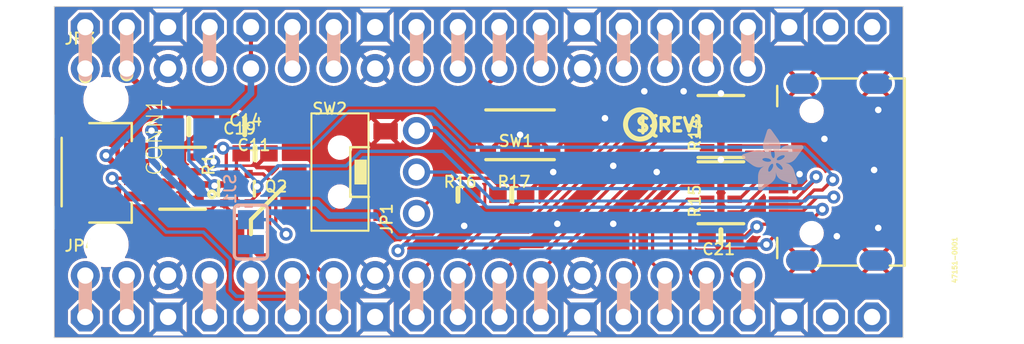
<source format=kicad_pcb>
(kicad_pcb (version 20221018) (generator pcbnew)
  (layers (0 "F.Cu" signal) (31 "B.Cu" signal) (34 "B.Paste" user) (35 "F.Paste" user) (36 "B.SilkS" user "B.Silkscreen") (37 "F.SilkS" user "F.Silkscreen") (38 "B.Mask" user) (39 "F.Mask" user) (44 "Edge.Cuts" user))
  (net 0 "")
  (net 1 "IO0")
  (net 2 "IO1")
  (net 3 "IO2")
  (net 4 "IO3")
  (net 5 "SDA")
  (net 6 "SCL")
  (net 7 "IO14")
  (net 8 "IO15")
  (net 9 "VBUS")
  (net 10 "VSYS")
  (net 11 "GND")
  (net 12 "~{EN}")
  (net 13 "3.3V")
  (net 14 "VREF")
  (net 15 "AD2")
  (net 16 "AD1")
  (net 17 "AD0")
  (net 18 "~{RESET}")
  (net 19 "IO22")
  (net 20 "IO17")
  (net 21 "MISO")
  (net 22 "MOSI")
  (net 23 "SCK")
  (net 24 "IO20")
  (net 25 "IO21")
  (net 26 "HDMI_TXC+")
  (net 27 "HDMI_TXC-")
  (net 28 "HDMI_TX0+")
  (net 29 "HDMI_TX0-")
  (net 30 "HDMI_TX1+")
  (net 31 "HDMI_TX1-")
  (net 32 "HDMI_TX2+")
  (net 33 "HDMI_TX2-")
  (net 34 "D2N")
  (net 35 "D1N")
  (net 36 "D0N")
  (net 37 "D0P")
  (net 38 "D1P")
  (net 39 "D2P")
  (net 40 "CKP")
  (net 41 "CKN")
  (net 42 "SCL_5V")
  (net 43 "SDA_5V")
  (net 44 "HPD_3V")
  (net 45 "HPD")
  (net 46 "CEC")
  (net 47 "UTIL")
  (net 48 "N$1")
  (footprint "working:PLABEL86" (layer "F.Cu") (at 134.1501 109.7026)
    (fp_text reference "PLABEL86" hide)
    (fp_text value "" hide)
  )
  (footprint "working:PLABEL73" (layer "F.Cu") (at 172.6311 97.7646)
    (fp_text reference "PLABEL73" hide)
    (fp_text value "" hide)
  )
  (footprint "working:PLABEL67" (layer "F.Cu") (at 145.7071 105.0036)
    (fp_text reference "PLABEL67" hide)
    (fp_text value "" hide)
  )
  (footprint "working:PLABEL100" (layer "F.Cu") (at 153.9621 108.3056)
    (fp_text reference "PLABEL100" hide)
    (fp_text value "" hide)
  )
  (footprint "working:PLABEL81" (layer "F.Cu") (at 147.2311 100.1776)
    (fp_text reference "PLABEL81" hide)
    (fp_text value "" hide)
  )
  (footprint "working:EG1390" (layer "F.Cu") (at 139.9921 105.0036 -90)
    (fp_text reference "SW2")
    (fp_text value "EG13")
  )
  (footprint "working:FIDUCIAL_1MM" (layer "F.Cu") (at 132.6261 108.3056)
    (fp_text reference "FID1" hide)
    (fp_text value "FIDUCIAL_1MM" hide)
  )
  (footprint "working:0805-NO" (layer "F.Cu") (at 134.1501 102.2096 180)
    (fp_text reference "C14")
    (fp_text value "10uF")
  )
  (footprint "working:PLABEL99" (layer "F.Cu") (at 147.2311 109.8296)
    (fp_text reference "PLABEL99" hide)
    (fp_text value "" hide)
  )
  (footprint "working:RESPACK_4X0603" (layer "F.Cu") (at 163.3601 102.2096 90)
    (fp_text reference "R14")
    (fp_text value "220 Pack")
  )
  (footprint "working:PLABEL89" (layer "F.Cu") (at 123.8631 109.7026)
    (fp_text reference "PLABEL89" hide)
    (fp_text value "" hide)
  )
  (footprint "working:PLABEL97" (layer "F.Cu") (at 152.3111 109.8296)
    (fp_text reference "PLABEL97" hide)
    (fp_text value "" hide)
  )
  (footprint "working:PLABEL68" (layer "F.Cu") (at 145.7071 102.3366)
    (fp_text reference "PLABEL68" hide)
    (fp_text value "" hide)
  )
  (footprint "working:PICOWBELL_THM" (layer "F.Cu") (at 123.1011 113.8936)
    (fp_text reference "CB1" hide)
    (fp_text value "PICOWBELL_THM" hide)
  )
  (footprint "working:RESPACK_4X0603" (layer "F.Cu") (at 163.3601 106.2736 90)
    (fp_text reference "R15")
    (fp_text value "220 Pack")
  )
  (footprint "working:PLABEL75" (layer "F.Cu") (at 152.3111 100.1776)
    (fp_text reference "PLABEL75" hide)
    (fp_text value "" hide)
  )
  (footprint "working:PLABEL85" (layer "F.Cu") (at 136.6901 109.7026)
    (fp_text reference "PLABEL85" hide)
    (fp_text value "" hide)
  )
  (footprint "working:PCBFEAT-REV-040" (layer "F.Cu") (at 158.4071 102.0826)
    (fp_text reference "U$10" hide)
    (fp_text value "" hide)
  )
  (footprint "working:PLABEL71" (layer "F.Cu") (at 134.5311 100.1776)
    (fp_text reference "PLABEL71" hide)
    (fp_text value "" hide)
  )
  (footprint "working:PLABEL80" (layer "F.Cu") (at 161.8361 109.7026)
    (fp_text reference "PLABEL80" hide)
    (fp_text value "" hide)
  )
  (footprint "working:1X17_ROUND70" (layer "F.Cu") (at 144.6911 111.3536)
    (fp_text reference "JP4")
    (fp_text value "")
  )
  (footprint "working:PLABEL84" (layer "F.Cu") (at 139.6111 109.7026)
    (fp_text reference "PLABEL84" hide)
    (fp_text value "" hide)
  )
  (footprint "working:FIDUCIAL_1MM" (layer "F.Cu") (at 154.8511 101.8286)
    (fp_text reference "FID2" hide)
    (fp_text value "FIDUCIAL_1MM" hide)
  )
  (footprint "working:PLABEL98" (layer "F.Cu") (at 149.7711 109.8296)
    (fp_text reference "PLABEL98" hide)
    (fp_text value "" hide)
  )
  (footprint "working:PLABEL66" (layer "F.Cu") (at 145.8341 107.6706)
    (fp_text reference "PLABEL66" hide)
    (fp_text value "" hide)
  )
  (footprint "working:MINIHDMI_CNCTECH" (layer "F.Cu") (at 169.9641 105.0036 90)
    (fp_text reference "X2")
    (fp_text value "47151-0001")
  )
  (footprint "working:PLABEL82" (layer "F.Cu") (at 139.6111 100.1776)
    (fp_text reference "PLABEL82" hide)
    (fp_text value "" hide)
  )
  (footprint "working:RESPACK_4X0603" (layer "F.Cu") (at 130.3401 105.3846 -90)
    (fp_text reference "R1")
    (fp_text value "10K Pack")
  )
  (footprint "working:PLABEL76" (layer "F.Cu") (at 159.9311 100.1776)
    (fp_text reference "PLABEL76" hide)
    (fp_text value "" hide)
  )
  (footprint "working:PLABEL92" (layer "F.Cu") (at 172.6311 112.2426)
    (fp_text reference "PLABEL92" hide)
    (fp_text value "" hide)
  )
  (footprint "working:0603-NO" (layer "F.Cu") (at 150.5331 106.4006)
    (fp_text reference "R17")
    (fp_text value "100K")
  )
  (footprint "working:PLABEL88" (layer "F.Cu") (at 127.4191 109.7026)
    (fp_text reference "PLABEL88" hide)
    (fp_text value "" hide)
  )
  (footprint "working:0603-NO" (layer "F.Cu") (at 163.3601 108.9406 180)
    (fp_text reference "C21")
    (fp_text value "1uF")
  )
  (footprint "working:PLABEL69" (layer "F.Cu") (at 123.6091 100.5586 90)
    (fp_text reference "PLABEL69" hide)
    (fp_text value "" hide)
  )
  (footprint "working:PLABEL91" (layer "F.Cu") (at 170.0911 112.2426)
    (fp_text reference "PLABEL91" hide)
    (fp_text value "" hide)
  )
  (footprint "" (layer "F.Cu") (at 125.6411 100.5586)
    (fp_text reference "@HOLE0" hide)
    (fp_text value "")
  )
  (footprint "working:PLABEL70" (layer "F.Cu") (at 127.5461 100.5586 90)
    (fp_text reference "PLABEL70" hide)
    (fp_text value "" hide)
  )
  (footprint "working:PLABEL65" (layer "F.Cu") (at 128.8161 108.3056)
    (fp_text reference "PLABEL65" hide)
    (fp_text value "" hide)
  )
  (footprint "working:PLABEL74" (layer "F.Cu") (at 170.0911 97.7646)
    (fp_text reference "PLABEL74" hide)
    (fp_text value "" hide)
  )
  (footprint "working:PLABEL94" (layer "F.Cu") (at 131.9911 100.1776)
    (fp_text reference "PLABEL94" hide)
    (fp_text value "" hide)
  )
  (footprint "working:PLABEL78" (layer "F.Cu") (at 159.6771 109.8296)
    (fp_text reference "PLABEL78" hide)
    (fp_text value "" hide)
  )
  (footprint "working:1X03_ROUND" (layer "F.Cu") (at 144.6911 105.0036 90)
    (fp_text reference "JP1")
    (fp_text value "")
  )
  (footprint "working:0603-NO" (layer "F.Cu") (at 147.2311 106.4006)
    (fp_text reference "R16")
    (fp_text value "100K")
  )
  (footprint "working:PLABEL87" (layer "F.Cu") (at 131.9911 109.7026)
    (fp_text reference "PLABEL87" hide)
    (fp_text value "" hide)
  )
  (footprint "working:PLABEL79" (layer "F.Cu") (at 157.3911 100.1776)
    (fp_text reference "PLABEL79" hide)
    (fp_text value "" hide)
  )
  (footprint "working:0603-NO" (layer "F.Cu") (at 134.7851 103.8606 180)
    (fp_text reference "C11")
    (fp_text value "0.1uF")
  )
  (footprint "working:BTN_RKB2_4.6X2.8" (layer "F.Cu") (at 151.0411 102.7176 180)
    (fp_text reference "SW1")
    (fp_text value "RKB2")
  )
  (footprint "working:PLABEL90" (layer "F.Cu") (at 165.5191 109.7026)
    (fp_text reference "PLABEL90" hide)
    (fp_text value "" hide)
  )
  (footprint "working:PLABEL64" (layer "F.Cu") (at 150.9141 105.0036)
    (fp_text reference "PLABEL64" hide)
    (fp_text value "" hide)
  )
  (footprint "working:PLABEL96" (layer "F.Cu") (at 157.3911 109.8296)
    (fp_text reference "PLABEL96" hide)
    (fp_text value "" hide)
  )
  (footprint "working:PLABEL93" (layer "F.Cu") (at 144.6911 109.8296)
    (fp_text reference "PLABEL93" hide)
    (fp_text value "" hide)
  )
  (footprint "working:PLABEL95" (layer "F.Cu") (at 144.6911 100.1776)
    (fp_text reference "PLABEL95" hide)
    (fp_text value "" hide)
  )
  (footprint "working:PLABEL72" (layer "F.Cu") (at 149.7711 100.1776)
    (fp_text reference "PLABEL72" hide)
    (fp_text value "" hide)
  )
  (footprint "working:0805-NO" (layer "F.Cu") (at 130.7211 102.2096)
    (fp_text reference "C19")
    (fp_text value "10uF")
  )
  (footprint "working:SOT363" (layer "F.Cu") (at 133.6421 106.0196)
    (fp_text reference "Q2")
    (fp_text value "BSS138")
  )
  (footprint "working:JST_SH4" (layer "F.Cu") (at 125.5141 105.0036 -90)
    (fp_text reference "CONN1")
    (fp_text value "STEMMA_I2C_QT" hide)
  )
  (footprint "working:PLABEL77" (layer "F.Cu") (at 165.9001 100.1776)
    (fp_text reference "PLABEL77" hide)
    (fp_text value "" hide)
  )
  (footprint "working:1X17_ROUND70" (layer "F.Cu") (at 144.6911 98.6536)
    (fp_text reference "JP3")
    (fp_text value "")
  )
  (footprint "" (layer "F.Cu") (at 125.6411 109.4486)
    (fp_text reference "@HOLE1" hide)
    (fp_text value "")
  )
  (footprint "working:PLABEL83" (layer "F.Cu") (at 137.0711 100.1776)
    (fp_text reference "PLABEL83" hide)
    (fp_text value "" hide)
  )
  (footprint "working:PLABEL104" (layer "B.Cu") (at 157.3911 109.8296 180)
    (fp_text reference "PLABEL104" hide)
    (fp_text value "" hide)
  )
  (footprint "working:PLABEL53" (layer "B.Cu") (at 169.9641 97.7011 180)
    (fp_text reference "PLABEL53" hide)
    (fp_text value "" hide)
  )
  (footprint "working:PLABEL46" (layer "B.Cu") (at 123.6091 100.5586 90)
    (fp_text reference "PLABEL46" hide)
    (fp_text value "" hide)
  )
  (footprint "working:PLABEL57" (layer "B.Cu") (at 159.9311 109.8296 180)
    (fp_text reference "PLABEL57" hide)
    (fp_text value "" hide)
  )
  (footprint "working:PLABEL103" (layer "B.Cu") (at 157.3911 100.3046 180)
    (fp_text reference "PLABEL103" hide)
    (fp_text value "" hide)
  )
  (footprint "working:PLABEL56" (layer "B.Cu") (at 165.0111 100.1776 180)
    (fp_text reference "PLABEL56" hide)
    (fp_text value "" hide)
  )
  (footprint "working:PLABEL101" (layer "B.Cu") (at 131.9911 100.1776 180)
    (fp_text reference "PLABEL101" hide)
    (fp_text value "" hide)
  )
  (footprint "working:PLABEL40" (layer "B.Cu") (at 137.4521 109.7026 180)
    (fp_text reference "PLABEL40" hide)
    (fp_text value "" hide)
  )
  (footprint "working:PLABEL63" (layer "B.Cu") (at 137.0711 100.3046 180)
    (fp_text reference "PLABEL63" hide)
    (fp_text value "" hide)
  )
  (footprint "working:PLABEL108" (layer "B.Cu") (at 135.1661 103.2256 180)
    (fp_text reference "PLABEL108" hide)
    (fp_text value "" hide)
  )
  (footprint "working:PLABEL102" (layer "B.Cu") (at 144.6911 100.1776 180)
    (fp_text reference "PLABEL102" hide)
    (fp_text value "" hide)
  )
  (footprint "working:PLABEL43" (layer "B.Cu") (at 147.1041 109.7026 180)
    (fp_text reference "PLABEL43" hide)
    (fp_text value "" hide)
  )
  (footprint "working:PLABEL51" (layer "B.Cu") (at 170.1546 112.1156 180)
    (fp_text reference "PLABEL51" hide)
    (fp_text value "" hide)
  )
  (footprint "working:PLABEL61" (layer "B.Cu") (at 147.2311 100.1776 180)
    (fp_text reference "PLABEL61" hide)
    (fp_text value "" hide)
  )
  (footprint "working:PLABEL42" (layer "B.Cu") (at 144.6911 109.7026 180)
    (fp_text reference "PLABEL42" hide)
    (fp_text value "" hide)
  )
  (footprint "working:PLABEL44" (layer "B.Cu") (at 149.7711 109.7026 180)
    (fp_text reference "PLABEL44" hide)
    (fp_text value "" hide)
  )
  (footprint "working:PLABEL39" (layer "B.Cu") (at 136.1821 109.7026 180)
    (fp_text reference "PLABEL39" hide)
    (fp_text value "" hide)
  )
  (footprint "working:PLABEL60" (layer "B.Cu") (at 162.4711 109.8296 180)
    (fp_text reference "PLABEL60" hide)
    (fp_text value "" hide)
  )
  (footprint "working:PLABEL47" (layer "B.Cu") (at 127.5461 100.5586 90)
    (fp_text reference "PLABEL47" hide)
    (fp_text value "" hide)
  )
  (footprint "working:PLABEL50" (layer "B.Cu") (at 172.5041 112.1791 180)
    (fp_text reference "PLABEL50" hide)
    (fp_text value "" hide)
  )
  (footprint "working:PLABEL48" (layer "B.Cu") (at 134.5311 100.3046 180)
    (fp_text reference "PLABEL48" hide)
    (fp_text value "" hide)
  )
  (footprint "working:PLABEL54" (layer "B.Cu") (at 152.3111 100.3046 180)
    (fp_text reference "PLABEL54" hide)
    (fp_text value "" hide)
  )
  (footprint "working:PLABEL38" (layer "B.Cu") (at 131.9911 109.6391 180)
    (fp_text reference "PLABEL38" hide)
    (fp_text value "" hide)
  )
  (footprint "working:PLABEL62" (layer "B.Cu") (at 139.6111 100.1776 180)
    (fp_text reference "PLABEL62" hide)
    (fp_text value "" hide)
  )
  (footprint "working:PLABEL59" (layer "B.Cu") (at 162.4711 100.3046 180)
    (fp_text reference "PLABEL59" hide)
    (fp_text value "" hide)
  )
  (footprint "working:PLABEL41" (layer "B.Cu") (at 139.6111 109.7026 180)
    (fp_text reference "PLABEL41" hide)
    (fp_text value "" hide)
  )
  (footprint "working:PLABEL52" (layer "B.Cu") (at 172.5041 97.7646 180)
    (fp_text reference "PLABEL52" hide)
    (fp_text value "" hide)
  )
  (footprint "working:PLABEL109" (layer "B.Cu") (at 127.1651 105.0671 90)
    (fp_text reference "PLABEL109" hide)
    (fp_text value "" hide)
  )
  (footprint "working:PLABEL45" (layer "B.Cu") (at 152.1841 109.7026 180)
    (fp_text reference "PLABEL45" hide)
    (fp_text value "" hide)
  )
  (footprint "working:SOLDERJUMPER_CLOSEDWIRE" (layer "B.Cu") (at 134.5311 108.6866 -90)
    (fp_text reference "SJ1")
    (fp_text value "")
  )
  (footprint "working:PLABEL105" (layer "B.Cu") (at 137.9601 107.9246 180)
    (fp_text reference "PLABEL105" hide)
    (fp_text value "" hide)
  )
  (footprint "working:PLABEL49" (layer "B.Cu") (at 149.7711 100.3046 180)
    (fp_text reference "PLABEL49" hide)
    (fp_text value "" hide)
  )
  (footprint "working:PLABEL36" (layer "B.Cu") (at 127.2921 109.7026 180)
    (fp_text reference "PLABEL36" hide)
    (fp_text value "" hide)
  )
  (footprint "working:PLABEL55" (layer "B.Cu") (at 159.9311 100.3046 180)
    (fp_text reference "PLABEL55" hide)
    (fp_text value "" hide)
  )
  (footprint "working:ADAFRUIT_3.5MM" (layer "B.Cu") (at 168.4401 106.1466 180)
    (fp_text reference "FRAME0" hide)
    (fp_text value "" hide)
  )
  (footprint "working:PLABEL106" (layer "B.Cu") (at 172.1231 105.0036 90)
    (fp_text reference "PLABEL106" hide)
    (fp_text value "" hide)
  )
  (footprint "working:PLABEL37" (layer "B.Cu") (at 123.7361 109.8296 180)
    (fp_text reference "PLABEL37" hide)
    (fp_text value "" hide)
  )
  (footprint "working:PLABEL107" (layer "B.Cu") (at 155.3591 104.7496 180)
    (fp_text reference "PLABEL107" hide)
    (fp_text value "" hide)
  )
  (footprint "working:PLABEL58" (layer "B.Cu") (at 165.0111 109.8296 180)
    (fp_text reference "PLABEL58" hide)
    (fp_text value "" hide)
  )
  (gr_line (start 144.6911 113.8936) (end 144.6911 111.3536) (stroke (width 0.8128)) (layer "B.SilkS"))
  (gr_line (start 162.4711 96.1136) (end 162.4711 98.6536) (stroke (width 0.8128)) (layer "B.SilkS"))
  (gr_line (start 157.3911 113.8936) (end 157.3911 111.3536) (stroke (width 0.8128)) (layer "B.SilkS"))
  (gr_line (start 131.9911 113.8936) (end 131.9911 111.3536) (stroke (width 0.8128)) (layer "B.SilkS"))
  (gr_line (start 147.2311 111.3536) (end 147.2311 113.8936) (stroke (width 0.8128)) (layer "B.SilkS"))
  (gr_line (start 137.0711 96.1136) (end 137.0711 98.6536) (stroke (width 0.8128)) (layer "B.SilkS"))
  (gr_line (start 165.0111 96.1136) (end 165.0111 98.6536) (stroke (width 0.8128)) (layer "B.SilkS"))
  (gr_line (start 139.6111 111.3536) (end 139.6111 113.8936) (stroke (width 0.8128)) (layer "B.SilkS"))
  (gr_line (start 149.7711 113.8936) (end 149.7711 111.3536) (stroke (width 0.8128)) (layer "B.SilkS"))
  (gr_line (start 134.5311 111.3536) (end 134.5311 113.8936) (stroke (width 0.8128)) (layer "B.SilkS"))
  (gr_line (start 126.9111 111.3536) (end 126.9111 113.8936) (stroke (width 0.8128)) (layer "B.SilkS"))
  (gr_line (start 149.7711 96.1136) (end 149.7711 98.6536) (stroke (width 0.8128)) (layer "B.SilkS"))
  (gr_line (start 159.9311 98.6536) (end 159.9311 96.1136) (stroke (width 0.8128)) (layer "B.SilkS"))
  (gr_line (start 159.9311 111.3536) (end 159.9311 113.8936) (stroke (width 0.8128)) (layer "B.SilkS"))
  (gr_line (start 147.2311 96.1136) (end 147.2311 98.6536) (stroke (width 0.8128)) (layer "B.SilkS"))
  (gr_line (start 139.6111 96.1136) (end 139.6111 98.6536) (stroke (width 0.8128)) (layer "B.SilkS"))
  (gr_line (start 152.3111 98.6536) (end 152.3111 96.1136) (stroke (width 0.8128)) (layer "B.SilkS"))
  (gr_line (start 157.3911 96.1136) (end 157.3911 98.6536) (stroke (width 0.8128)) (layer "B.SilkS"))
  (gr_line (start 124.3711 96.1136) (end 124.3711 99.0346) (stroke (width 0.8128)) (layer "B.SilkS"))
  (gr_line (start 162.4711 113.8936) (end 162.4711 111.3536) (stroke (width 0.8128)) (layer "B.SilkS"))
  (gr_line (start 126.9111 98.9076) (end 126.9111 96.1136) (stroke (width 0.8128)) (layer "B.SilkS"))
  (gr_line (start 131.9911 96.1136) (end 131.9911 98.6536) (stroke (width 0.8128)) (layer "B.SilkS"))
  (gr_line (start 124.3711 113.8936) (end 124.3711 111.3536) (stroke (width 0.8128)) (layer "B.SilkS"))
  (gr_line (start 144.6911 96.1136) (end 144.6911 98.6536) (stroke (width 0.8128)) (layer "B.SilkS"))
  (gr_line (start 152.3111 111.3536) (end 152.3111 113.8936) (stroke (width 0.8128)) (layer "B.SilkS"))
  (gr_line (start 165.0111 111.3536) (end 165.0111 113.8936) (stroke (width 0.8128)) (layer "B.SilkS"))
  (gr_line (start 137.0711 113.8936) (end 137.0711 111.3536) (stroke (width 0.8128)) (layer "B.SilkS"))
  (gr_line (start 147.2311 111.3536) (end 147.2311 113.8936) (stroke (width 0.8128)) (layer "F.SilkS"))
  (gr_line (start 131.9911 96.1136) (end 131.9911 98.6536) (stroke (width 0.8128)) (layer "F.SilkS"))
  (gr_line (start 149.7711 113.8936) (end 149.7711 111.3536) (stroke (width 0.8128)) (layer "F.SilkS"))
  (gr_line (start 134.5311 111.3536) (end 134.5311 113.8936) (stroke (width 0.8128)) (layer "F.SilkS"))
  (gr_line (start 126.9111 99.0346) (end 126.9111 96.1136) (stroke (width 0.8128)) (layer "F.SilkS"))
  (gr_line (start 152.3111 111.3536) (end 152.3111 113.8936) (stroke (width 0.8128)) (layer "F.SilkS"))
  (gr_line (start 162.4711 113.8936) (end 162.4711 111.3536) (stroke (width 0.8128)) (layer "F.SilkS"))
  (gr_line (start 131.9911 113.8936) (end 131.9911 111.3536) (stroke (width 0.8128)) (layer "F.SilkS"))
  (gr_line (start 157.3911 113.8936) (end 157.3911 111.3536) (stroke (width 0.8128)) (layer "F.SilkS"))
  (gr_line (start 162.4711 96.1136) (end 162.4711 98.6536) (stroke (width 0.8128)) (layer "F.SilkS"))
  (gr_line (start 139.6111 96.1136) (end 139.6111 98.6536) (stroke (width 0.8128)) (layer "F.SilkS"))
  (gr_line (start 152.3111 98.6536) (end 152.3111 96.1136) (stroke (width 0.8128)) (layer "F.SilkS"))
  (gr_line (start 159.9311 98.6536) (end 159.9311 96.1136) (stroke (width 0.8128)) (layer "F.SilkS"))
  (gr_line (start 124.3711 113.8936) (end 124.3711 111.3536) (stroke (width 0.8128)) (layer "F.SilkS"))
  (gr_line (start 134.5311 108.8136) (end 134.5311 107.9246) (stroke (width 0.254)) (layer "F.SilkS"))
  (gr_line (start 144.6911 96.1136) (end 144.6911 98.6536) (stroke (width 0.8128)) (layer "F.SilkS"))
  (gr_line (start 137.0711 96.1136) (end 137.0711 98.6536) (stroke (width 0.8128)) (layer "F.SilkS"))
  (gr_line (start 144.6911 113.8936) (end 144.6911 111.3536) (stroke (width 0.8128)) (layer "F.SilkS"))
  (gr_line (start 149.7711 96.1136) (end 149.7711 98.6536) (stroke (width 0.8128)) (layer "F.SilkS"))
  (gr_line (start 165.0111 96.1136) (end 165.0111 98.6536) (stroke (width 0.8128)) (layer "F.SilkS"))
  (gr_line (start 124.3711 96.1136) (end 124.3711 99.1616) (stroke (width 0.8128)) (layer "F.SilkS"))
  (gr_line (start 147.2311 96.1136) (end 147.2311 98.6536) (stroke (width 0.8128)) (layer "F.SilkS"))
  (gr_line (start 159.9311 111.3536) (end 159.9311 113.8936) (stroke (width 0.8128)) (layer "F.SilkS"))
  (gr_line (start 165.0111 111.3536) (end 165.0111 113.8936) (stroke (width 0.8128)) (layer "F.SilkS"))
  (gr_line (start 134.5311 107.9246) (end 136.5631 105.8926) (stroke (width 0.254)) (layer "F.SilkS"))
  (gr_line (start 139.6111 111.3536) (end 139.6111 113.8936) (stroke (width 0.8128)) (layer "F.SilkS"))
  (gr_line (start 137.0711 113.8936) (end 137.0711 111.3536) (stroke (width 0.8128)) (layer "F.SilkS"))
  (gr_line (start 126.9111 111.3536) (end 126.9111 113.8936) (stroke (width 0.8128)) (layer "F.SilkS"))
  (gr_line (start 157.3911 96.1136) (end 157.3911 98.6536) (stroke (width 0.8128)) (layer "F.SilkS"))
  (gr_line (start 122.4661 115.1636) (end 122.4661 94.8436) (stroke (width 0.05)) (layer "Edge.Cuts"))
  (gr_line (start 122.4661 94.8436) (end 174.5361 94.8436) (stroke (width 0.05)) (layer "Edge.Cuts"))
  (gr_line (start 174.5361 94.8436) (end 174.5361 115.1636) (stroke (width 0.05)) (layer "Edge.Cuts"))
  (gr_line (start 174.5361 115.1636) (end 122.4661 115.1636) (stroke (width 0.05)) (layer "Edge.Cuts"))
  (segment (start 124.3711 111.3536) (end 124.3711 113.8936) (width 0.4064) (layer "B.Cu") (net 1))
  (segment (start 126.9111 113.8936) (end 126.9111 111.3536) (width 0.4064) (layer "B.Cu") (net 2))
  (segment (start 131.9911 111.3536) (end 131.9911 113.8936) (width 0.4064) (layer "B.Cu") (net 3))
  (segment (start 134.5311 111.3536) (end 134.5311 113.8936) (width 0.3048) (layer "F.Cu") (net 4))
  (segment (start 134.5311 109.4486) (end 134.5311 111.3536) (width 0.2032) (layer "B.Cu") (net 4))
  (segment (start 135.2821 105.1196) (end 135.6741 105.5116) (width 0.2032) (layer "F.Cu") (net 5))
  (segment (start 137.958731 111.3536) (end 137.0711 111.3536) (width 0.2032) (layer "F.Cu") (net 5))
  (segment (start 134.3921 105.1196) (end 135.2821 105.1196) (width 0.2032) (layer "F.Cu") (net 5))
  (segment (start 127.4011 105.3846) (end 126.0221 105.3846) (width 0.2032) (layer "F.Cu") (net 5))
  (segment (start 135.6741 109.4486) (end 135.8011 109.5756) (width 0.2032) (layer "F.Cu") (net 5))
  (segment (start 127.5201 105.5036) (end 127.4011 105.3846) (width 0.2032) (layer "F.Cu") (net 5))
  (segment (start 140.7795 110.869632) (end 140.7795 111.837569) (width 0.2032) (layer "F.Cu") (net 5))
  (segment (start 139.127131 112.522) (end 137.958731 111.3536) (width 0.2032) (layer "F.Cu") (net 5))
  (segment (start 139.485468 109.5756) (end 140.7795 110.869632) (width 0.2032) (layer "F.Cu") (net 5))
  (segment (start 135.8011 109.5756) (end 139.485468 109.5756) (width 0.2032) (layer "F.Cu") (net 5))
  (segment (start 129.2091 105.5036) (end 129.4901 105.7846) (width 0.2032) (layer "F.Cu") (net 5))
  (segment (start 135.6741 105.5116) (end 135.6741 109.4486) (width 0.2032) (layer "F.Cu") (net 5))
  (segment (start 140.095068 112.522) (end 139.127131 112.522) (width 0.2032) (layer "F.Cu") (net 5))
  (segment (start 140.7795 111.837569) (end 140.095068 112.522) (width 0.2032) (layer "F.Cu") (net 5))
  (segment (start 127.5201 105.5036) (end 129.2091 105.5036) (width 0.2032) (layer "F.Cu") (net 5))
  (via (at 126.0221 105.3846) (size 0.8001) (drill 0.3937) (layers "F.Cu" "B.Cu") (net 5))
  (segment (start 137.0711 112.2426) (end 137.0711 111.3536) (width 0.2032) (layer "B.Cu") (net 5))
  (segment (start 133.6421 112.6236) (end 136.6901 112.6236) (width 0.2032) (layer "B.Cu") (net 5))
  (segment (start 126.0221 105.3846) (end 129.3241 108.6866) (width 0.2032) (layer "B.Cu") (net 5))
  (segment (start 133.2611 112.2426) (end 133.6421 112.6236) (width 0.2032) (layer "B.Cu") (net 5))
  (segment (start 133.2611 110.3376) (end 133.2611 112.2426) (width 0.2032) (layer "B.Cu") (net 5))
  (segment (start 136.6901 112.6236) (end 137.0711 112.2426) (width 0.2032) (layer "B.Cu") (net 5))
  (segment (start 137.0711 113.8936) (end 137.0711 111.3536) (width 0.4064) (layer "B.Cu") (net 5))
  (segment (start 129.3241 108.6866) (end 131.6101 108.6866) (width 0.2032) (layer "B.Cu") (net 5))
  (segment (start 131.6101 108.6866) (end 133.2611 110.3376) (width 0.2032) (layer "B.Cu") (net 5))
  (segment (start 134.4041 109.5756) (end 134.9121 110.0836) (width 0.2032) (layer "F.Cu") (net 6))
  (segment (start 132.8921 107.0236) (end 133.5391 107.6706) (width 0.2032) (layer "F.Cu") (net 6))
  (segment (start 139.1031 111.3536) (end 139.6111 111.3536) (width 0.2032) (layer "F.Cu") (net 6))
  (segment (start 132.5746 106.8331) (end 132.1181 107.2896) (width 0.2032) (layer "F.Cu") (net 6))
  (segment (start 127.5201 106.5036) (end 129.3091 106.5036) (width 0.2032) (layer "F.Cu") (net 6))
  (segment (start 130.4671 107.2896) (end 129.8621 106.6846) (width 0.2032) (layer "F.Cu") (net 6))
  (segment (start 129.8621 106.6846) (end 129.4901 106.6846) (width 0.2032) (layer "F.Cu") (net 6))
  (segment (start 134.4041 107.9246) (end 134.4041 109.5756) (width 0.2032) (layer "F.Cu") (net 6))
  (segment (start 132.1181 107.2896) (end 130.4671 107.2896) (width 0.2032) (layer "F.Cu") (net 6))
  (segment (start 129.3091 106.5036) (end 129.4901 106.6846) (width 0.2032) (layer "F.Cu") (net 6))
  (segment (start 132.8921 106.9196) (end 132.8921 107.0236) (width 0.2032) (layer "F.Cu") (net 6))
  (segment (start 133.5391 107.6706) (end 134.1501 107.6706) (width 0.2032) (layer "F.Cu") (net 6))
  (segment (start 132.5746 106.8331) (end 132.8921 107.1506) (width 0.2032) (layer "F.Cu") (net 6))
  (segment (start 132.8921 107.0236) (end 132.8921 107.1506) (width 0.2032) (layer "F.Cu") (net 6))
  (segment (start 134.1501 107.6706) (end 134.4041 107.9246) (width 0.2032) (layer "F.Cu") (net 6))
  (segment (start 134.9121 110.0836) (end 137.8331 110.0836) (width 0.2032) (layer "F.Cu") (net 6))
  (segment (start 137.8331 110.0836) (end 139.1031 111.3536) (width 0.2032) (layer "F.Cu") (net 6))
  (segment (start 139.6111 111.3536) (end 139.6111 113.8936) (width 0.4064) (layer "B.Cu") (net 6))
  (segment (start 124.3711 98.6536) (end 124.3711 96.1136) (width 0.4064) (layer "B.Cu") (net 9))
  (segment (start 129.7711 101.7676) (end 129.7711 102.2096) (width 0.4064) (layer "F.Cu") (net 10))
  (segment (start 165.72225 108.2036) (end 165.5631 108.36275) (width 0.2032) (layer "F.Cu") (net 10))
  (segment (start 129.7711 102.2096) (end 128.6891 102.2096) (width 0.4064) (layer "F.Cu") (net 10))
  (segment (start 126.9111 98.9076) (end 129.7711 101.7676) (width 0.4064) (layer "F.Cu") (net 10))
  (segment (start 128.6891 102.2096) (end 128.4351 102.4636) (width 0.4064) (layer "F.Cu") (net 10))
  (segment (start 165.72225 108.2036) (end 165.5821 108.2036) (width 0.2032) (layer "F.Cu") (net 10))
  (segment (start 126.9111 98.6536) (end 126.9111 98.9076) (width 0.4064) (layer "F.Cu") (net 10))
  (segment (start 164.2101 108.9406) (end 164.8451 108.9406) (width 0.2032) (layer "F.Cu") (net 10))
  (segment (start 164.8451 108.9406) (end 165.5821 108.2036) (width 0.2032) (layer "F.Cu") (net 10))
  (segment (start 129.4901 104.0846) (end 129.4901 104.9846) (width 0.2032) (layer "F.Cu") (net 10))
  (segment (start 129.4901 102.4906) (end 129.4901 104.0846) (width 0.4064) (layer "F.Cu") (net 10))
  (segment (start 129.7711 102.2096) (end 129.4901 102.4906) (width 0.4064) (layer "F.Cu") (net 10))
  (segment (start 165.72225 108.2036) (end 166.898 108.2036) (width 0.2032) (layer "F.Cu") (net 10))
  (via (at 165.5631 108.36275) (size 0.8001) (drill 0.3937) (layers "F.Cu" "B.Cu") (net 10))
  (via (at 128.4351 102.4636) (size 0.8001) (drill 0.3937) (layers "F.Cu" "B.Cu") (net 10))
  (segment (start 126.9111 96.1136) (end 126.9111 98.6536) (width 0.4064) (layer "B.Cu") (net 10))
  (segment (start 128.4351 104.2416) (end 131.1021 106.9086) (width 0.4064) (layer "B.Cu") (net 10))
  (segment (start 143.5227 109.0422) (end 142.1511 107.6706) (width 0.2032) (layer "B.Cu") (net 10))
  (segment (start 128.4351 102.4636) (end 128.4351 104.2416) (width 0.4064) (layer "B.Cu") (net 10))
  (segment (start 139.3571 107.6706) (end 142.1511 107.6706) (width 0.4064) (layer "B.Cu") (net 10))
  (segment (start 131.1021 106.9086) (end 138.5951 106.9086) (width 0.4064) (layer "B.Cu") (net 10))
  (segment (start 138.5951 106.9086) (end 139.3571 107.6706) (width 0.4064) (layer "B.Cu") (net 10))
  (segment (start 165.5631 108.36275) (end 164.88365 109.0422) (width 0.2032) (layer "B.Cu") (net 10))
  (segment (start 164.88365 109.0422) (end 143.5227 109.0422) (width 0.2032) (layer "B.Cu") (net 10))
  (via (at 158.6611 100.0506) (size 0.8064) (drill 0.4) (layers "F.Cu" "B.Cu") (net 11))
  (via (at 159.4231 105.0036) (size 0.8064) (drill 0.4) (layers "F.Cu" "B.Cu") (net 11))
  (via (at 161.0741 100.0506) (size 0.8064) (drill 0.4) (layers "F.Cu" "B.Cu") (net 11))
  (via (at 153.0731 105.0036) (size 0.8064) (drill 0.4) (layers "F.Cu" "B.Cu") (net 11))
  (via (at 163.3601 104.2416) (size 0.8064) (drill 0.4) (layers "F.Cu" "B.Cu") (net 11))
  (via (at 147.6121 108.3056) (size 0.8064) (drill 0.4) (layers "F.Cu" "B.Cu") (net 11))
  (via (at 173.0121 108.4326) (size 0.8064) (drill 0.4) (layers "F.Cu" "B.Cu") (net 11))
  (via (at 156.2481 101.7016) (size 0.8064) (drill 0.4) (layers "F.Cu" "B.Cu") (net 11))
  (via (at 156.7561 108.1786) (size 0.8064) (drill 0.4) (layers "F.Cu" "B.Cu") (net 11))
  (via (at 169.7101 102.9716) (size 0.8064) (drill 0.4) (layers "F.Cu" "B.Cu") (net 11))
  (via (at 168.1861 105.1306) (size 0.8064) (drill 0.4) (layers "F.Cu" "B.Cu") (net 11))
  (via (at 170.4721 108.9406) (size 0.8064) (drill 0.4) (layers "F.Cu" "B.Cu") (net 11))
  (via (at 151.0411 102.7176) (size 0.8064) (drill 0.4) (layers "F.Cu" "B.Cu") (net 11))
  (via (at 163.3601 100.1776) (size 0.8064) (drill 0.4) (layers "F.Cu" "B.Cu") (net 11))
  (via (at 173.0121 101.1936) (size 0.8064) (drill 0.4) (layers "F.Cu" "B.Cu") (net 11))
  (via (at 153.3271 108.1786) (size 0.8064) (drill 0.4) (layers "F.Cu" "B.Cu") (net 11))
  (via (at 172.7581 104.8766) (size 0.8064) (drill 0.4) (layers "F.Cu" "B.Cu") (net 11))
  (via (at 156.7561 104.6226) (size 0.8064) (drill 0.4) (layers "F.Cu" "B.Cu") (net 11))
  (segment (start 131.9911 96.1136) (end 131.9911 98.6536) (width 0.4064) (layer "B.Cu") (net 12))
  (segment (start 132.6261 105.7656) (end 132.550496 105.841204) (width 0.2032) (layer "F.Cu") (net 13))
  (segment (start 131.1901 105.7846) (end 131.2091 105.7656) (width 0.4064) (layer "F.Cu") (net 13))
  (segment (start 132.550496 105.841204) (end 132.296496 105.841204) (width 0.2032) (layer "F.Cu") (net 13))
  (segment (start 133.6421 106.9196) (end 133.6421 105.7656) (width 0.2032) (layer "F.Cu") (net 13))
  (segment (start 132.6261 105.7656) (end 131.2091 105.7656) (width 0.4064) (layer "F.Cu") (net 13))
  (segment (start 126.1571 104.5036) (end 125.6411 103.9876) (width 0.4064) (layer "F.Cu") (net 13))
  (segment (start 133.6421 105.7656) (end 132.6261 105.7656) (width 0.4064) (layer "F.Cu") (net 13))
  (segment (start 133.6421 105.1196) (end 133.6421 104.0486) (width 0.2032) (layer "F.Cu") (net 13))
  (segment (start 131.1901 105.7846) (end 131.1901 106.6846) (width 0.2032) (layer "F.Cu") (net 13))
  (segment (start 133.9351 103.8606) (end 133.8301 103.8606) (width 0.2032) (layer "F.Cu") (net 13))
  (segment (start 127.5201 104.5036) (end 126.1571 104.5036) (width 0.4064) (layer "F.Cu") (net 13))
  (segment (start 134.5311 96.1136) (end 134.5311 98.6536) (width 0.254) (layer "F.Cu") (net 13))
  (segment (start 133.6421 105.1196) (end 133.6421 105.7656) (width 0.2032) (layer "F.Cu") (net 13))
  (segment (start 133.8301 103.8606) (end 133.6421 104.0486) (width 0.2032) (layer "F.Cu") (net 13))
  (segment (start 135.1001 102.5906) (end 133.8301 103.8606) (width 0.2032) (layer "F.Cu") (net 13))
  (segment (start 135.1001 102.5906) (end 135.1001 102.2096) (width 0.2032) (layer "F.Cu") (net 13))
  (via (at 132.296496 105.841204) (size 0.8001) (drill 0.3937) (layers "F.Cu" "B.Cu") (net 13))
  (via (at 125.6411 103.9876) (size 0.8001) (drill 0.3937) (layers "F.Cu" "B.Cu") (net 13))
  (segment (start 130.7211 101.3206) (end 133.3881 101.3206) (width 0.4064) (layer "B.Cu") (net 13))
  (segment (start 133.3881 101.3206) (end 134.5311 100.1776) (width 0.4064) (layer "B.Cu") (net 13))
  (segment (start 128.4351 101.3206) (end 130.7211 101.3206) (width 0.4064) (layer "B.Cu") (net 13))
  (segment (start 130.7211 104.265807) (end 130.7211 101.3206) (width 0.2032) (layer "B.Cu") (net 13))
  (segment (start 132.296496 105.841204) (end 130.7211 104.265807) (width 0.2032) (layer "B.Cu") (net 13))
  (segment (start 128.4351 101.3206) (end 125.7681 103.9876) (width 0.4064) (layer "B.Cu") (net 13))
  (segment (start 134.5311 100.1776) (end 134.5311 98.6536) (width 0.4064) (layer "B.Cu") (net 13))
  (segment (start 125.6411 103.9876) (end 125.7681 103.9876) (width 0.4064) (layer "B.Cu") (net 13))
  (segment (start 137.0711 96.1136) (end 137.0711 98.6536) (width 0.4064) (layer "B.Cu") (net 14))
  (segment (start 139.6111 96.1136) (end 139.6111 98.6536) (width 0.4064) (layer "B.Cu") (net 15))
  (segment (start 144.6911 96.1136) (end 144.6911 98.6536) (width 0.4064) (layer "B.Cu") (net 16))
  (segment (start 147.2311 96.1136) (end 147.2311 98.6536) (width 0.4064) (layer "B.Cu") (net 17))
  (segment (start 149.7711 98.9076) (end 149.7711 98.6536) (width 0.254) (layer "F.Cu") (net 18))
  (segment (start 149.0681 101.6426) (end 149.0681 99.6106) (width 0.254) (layer "F.Cu") (net 18))
  (segment (start 149.0681 101.6426) (end 153.0141 101.6426) (width 0.254) (layer "F.Cu") (net 18))
  (segment (start 149.0681 99.6106) (end 149.7711 98.9076) (width 0.254) (layer "F.Cu") (net 18))
  (segment (start 149.7711 98.6536) (end 149.7711 96.1136) (width 0.4064) (layer "B.Cu") (net 18))
  (segment (start 152.3111 96.1136) (end 152.3111 98.6536) (width 0.4064) (layer "B.Cu") (net 19))
  (segment (start 162.4711 98.6536) (end 162.4711 96.1136) (width 0.4064) (layer "B.Cu") (net 22))
  (segment (start 165.0111 96.1136) (end 165.0111 98.6536) (width 0.4064) (layer "B.Cu") (net 23))
  (segment (start 159.9311 96.1136) (end 159.9311 98.6536) (width 0.4064) (layer "B.Cu") (net 24))
  (segment (start 157.3911 98.6536) (end 157.3911 96.1136) (width 0.4064) (layer "B.Cu") (net 25))
  (segment (start 165.642231 105.5116) (end 164.480231 106.6736) (width 0.2032) (layer "F.Cu") (net 26))
  (segment (start 164.480231 106.6736) (end 164.2101 106.6736) (width 0.2032) (layer "F.Cu") (net 26))
  (segment (start 166.898 105.4036) (end 165.700003 105.4036) (width 0.2032) (layer "F.Cu") (net 26))
  (segment (start 165.700003 105.4036) (end 165.642231 105.5116) (width 0.2032) (layer "F.Cu") (net 26))
  (segment (start 166.1161 105.8036) (end 165.1381 106.7816) (width 0.2032) (layer "F.Cu") (net 27))
  (segment (start 164.4731 107.5736) (end 164.2101 107.5736) (width 0.2032) (layer "F.Cu") (net 27))
  (segment (start 165.1381 106.7816) (end 165.1381 106.9086) (width 0.2032) (layer "F.Cu") (net 27))
  (segment (start 166.898 105.8036) (end 166.1161 105.8036) (width 0.2032) (layer "F.Cu") (net 27))
  (segment (start 165.1381 106.9086) (end 164.4731 107.5736) (width 0.2032) (layer "F.Cu") (net 27))
  (segment (start 166.898 104.2036) (end 165.5571 104.2036) (width 0.2032) (layer "F.Cu") (net 28))
  (segment (start 164.7871 104.9736) (end 164.2101 104.9736) (width 0.2032) (layer "F.Cu") (net 28))
  (segment (start 165.5571 104.2036) (end 164.7871 104.9736) (width 0.2032) (layer "F.Cu") (net 28))
  (segment (start 166.898 104.6036) (end 165.8475 104.6036) (width 0.2032) (layer "F.Cu") (net 29))
  (segment (start 165.8475 104.6036) (end 164.5775 105.8736) (width 0.2032) (layer "F.Cu") (net 29))
  (segment (start 164.5775 105.8736) (end 164.2101 105.8736) (width 0.2032) (layer "F.Cu") (net 29))
  (segment (start 164.2101 102.6096) (end 164.6041 103.0036) (width 0.2032) (layer "F.Cu") (net 30))
  (segment (start 166.898 103.0036) (end 164.6041 103.0036) (width 0.2032) (layer "F.Cu") (net 30))
  (segment (start 166.898 103.4036) (end 164.3161 103.4036) (width 0.2032) (layer "F.Cu") (net 31))
  (segment (start 164.3161 103.4036) (end 164.2101 103.5096) (width 0.2032) (layer "F.Cu") (net 31))
  (segment (start 165.007 100.9096) (end 164.2101 100.9096) (width 0.2032) (layer "F.Cu") (net 32))
  (segment (start 165.901 101.8036) (end 165.007 100.9096) (width 0.2032) (layer "F.Cu") (net 32))
  (segment (start 166.898 101.8036) (end 165.901 101.8036) (width 0.2032) (layer "F.Cu") (net 32))
  (segment (start 167.3954 102.193) (end 165.296368 102.193) (width 0.2032) (layer "F.Cu") (net 33))
  (segment (start 166.898 102.2036) (end 167.3954 102.193) (width 0.2032) (layer "F.Cu") (net 33))
  (segment (start 164.912968 101.8096) (end 164.2101 101.8096) (width 0.2032) (layer "F.Cu") (net 33))
  (segment (start 165.296368 102.193) (end 164.912968 101.8096) (width 0.2032) (layer "F.Cu") (net 33))
  (segment (start 158.4261 101.8096) (end 162.5101 101.8096) (width 0.2032) (layer "F.Cu") (net 34))
  (segment (start 151.5491 108.6866) (end 149.8981 108.6866) (width 0.2032) (layer "F.Cu") (net 34))
  (segment (start 147.2311 111.3536) (end 149.8981 108.6866) (width 0.2032) (layer "F.Cu") (net 34))
  (segment (start 158.4261 101.8096) (end 151.5491 108.6866) (width 0.2032) (layer "F.Cu") (net 34))
  (segment (start 147.2311 111.3536) (end 147.2311 113.8936) (width 0.4064) (layer "B.Cu") (net 34))
  (segment (start 159.9011 103.5096) (end 152.3111 111.0996) (width 0.2032) (layer "F.Cu") (net 35))
  (segment (start 152.3111 111.0996) (end 152.3111 111.3536) (width 0.2032) (layer "F.Cu") (net 35))
  (segment (start 162.5101 103.5096) (end 159.9011 103.5096) (width 0.2032) (layer "F.Cu") (net 35))
  (segment (start 152.3111 111.3536) (end 152.3111 113.8936) (width 0.4064) (layer "B.Cu") (net 35))
  (segment (start 159.1691 107.6706) (end 159.1691 110.5916) (width 0.2032) (layer "F.Cu") (net 36))
  (segment (start 159.1691 107.6706) (end 160.9661 105.8736) (width 0.2032) (layer "F.Cu") (net 36))
  (segment (start 159.9311 111.3536) (end 159.1691 110.5916) (width 0.2032) (layer "F.Cu") (net 36))
  (segment (start 160.9661 105.8736) (end 162.5101 105.8736) (width 0.2032) (layer "F.Cu") (net 36))
  (segment (start 159.9311 111.3536) (end 159.9311 113.8936) (width 0.4064) (layer "B.Cu") (net 36))
  (segment (start 160.4691 104.9736) (end 162.5101 104.9736) (width 0.2032) (layer "F.Cu") (net 37))
  (segment (start 158.0261 107.4166) (end 160.4691 104.9736) (width 0.2032) (layer "F.Cu") (net 37))
  (segment (start 158.0261 110.7186) (end 158.0261 107.4166) (width 0.2032) (layer "F.Cu") (net 37))
  (segment (start 157.3911 111.3536) (end 158.0261 110.7186) (width 0.2032) (layer "F.Cu") (net 37))
  (segment (start 157.3911 113.8936) (end 157.3911 111.3536) (width 0.4064) (layer "B.Cu") (net 37))
  (segment (start 159.9121 102.6096) (end 152.5651 109.9566) (width 0.2032) (layer "F.Cu") (net 38))
  (segment (start 149.7711 111.3536) (end 151.1681 109.9566) (width 0.2032) (layer "F.Cu") (net 38))
  (segment (start 159.9121 102.6096) (end 162.5101 102.6096) (width 0.2032) (layer "F.Cu") (net 38))
  (segment (start 152.5651 109.9566) (end 151.1681 109.9566) (width 0.2032) (layer "F.Cu") (net 38))
  (segment (start 149.7711 113.8936) (end 149.7711 111.3536) (width 0.4064) (layer "B.Cu") (net 38))
  (segment (start 151.6761 107.9246) (end 158.6911 100.9096) (width 0.2032) (layer "F.Cu") (net 39))
  (segment (start 158.6911 100.9096) (end 162.5101 100.9096) (width 0.2032) (layer "F.Cu") (net 39))
  (segment (start 151.6761 107.9246) (end 149.3901 107.9246) (width 0.2032) (layer "F.Cu") (net 39))
  (segment (start 144.6911 111.3536) (end 145.9611 110.0836) (width 0.2032) (layer "F.Cu") (net 39))
  (segment (start 149.3901 107.9246) (end 147.2311 110.0836) (width 0.2032) (layer "F.Cu") (net 39))
  (segment (start 147.2311 110.0836) (end 145.9611 110.0836) (width 0.2032) (layer "F.Cu") (net 39))
  (segment (start 144.6911 113.8936) (end 144.6911 111.3536) (width 0.4064) (layer "B.Cu") (net 39))
  (segment (start 160.3121 107.6706) (end 161.3091 106.6736) (width 0.2032) (layer "F.Cu") (net 40))
  (segment (start 161.3091 106.6736) (end 162.5101 106.6736) (width 0.2032) (layer "F.Cu") (net 40))
  (segment (start 162.4711 111.3536) (end 161.7091 111.3536) (width 0.2032) (layer "F.Cu") (net 40))
  (segment (start 160.3121 109.9566) (end 160.3121 107.6706) (width 0.2032) (layer "F.Cu") (net 40))
  (segment (start 161.7091 111.3536) (end 160.3121 109.9566) (width 0.2032) (layer "F.Cu") (net 40))
  (segment (start 162.4711 113.8936) (end 162.4711 111.3536) (width 0.4064) (layer "B.Cu") (net 40))
  (segment (start 161.9331 107.5736) (end 161.4551 108.0516) (width 0.2032) (layer "F.Cu") (net 41))
  (segment (start 161.4551 108.0516) (end 161.4551 109.8296) (width 0.2032) (layer "F.Cu") (net 41))
  (segment (start 164.123468 111.3536) (end 165.0111 111.3536) (width 0.2032) (layer "F.Cu") (net 41))
  (segment (start 161.8107 110.1852) (end 162.955068 110.1852) (width 0.2032) (layer "F.Cu") (net 41))
  (segment (start 162.5101 107.5736) (end 161.9331 107.5736) (width 0.2032) (layer "F.Cu") (net 41))
  (segment (start 162.955068 110.1852) (end 164.123468 111.3536) (width 0.2032) (layer "F.Cu") (net 41))
  (segment (start 161.4551 109.8296) (end 161.8107 110.1852) (width 0.2032) (layer "F.Cu") (net 41))
  (segment (start 165.0111 111.3536) (end 165.0111 113.8936) (width 0.4064) (layer "B.Cu") (net 41))
  (segment (start 166.898 107.0036) (end 168.18 107.0036) (width 0.2032) (layer "F.Cu") (net 42))
  (segment (start 132.81975 103.53745) (end 132.81975 103.52325) (width 0.2032) (layer "F.Cu") (net 42))
  (segment (start 133.0191 103.7226) (end 132.81975 103.52325) (width 0.2032) (layer "F.Cu") (net 42))
  (segment (start 169.0751 106.1085) (end 168.18 107.0036) (width 0.2032) (layer "F.Cu") (net 42))
  (segment (start 132.81975 103.52325) (end 132.7461 103.4496) (width 0.2032) (layer "F.Cu") (net 42))
  (segment (start 131.1901 104.0846) (end 131.3171 104.0846) (width 0.2032) (layer "F.Cu") (net 42))
  (segment (start 131.9521 103.4496) (end 131.3171 104.0846) (width 0.2032) (layer "F.Cu") (net 42))
  (segment (start 132.7461 103.4496) (end 131.9521 103.4496) (width 0.2032) (layer "F.Cu") (net 42))
  (segment (start 170.2181 105.4735) (end 169.5831 106.1085) (width 0.2032) (layer "F.Cu") (net 42))
  (segment (start 133.0191 103.7226) (end 133.0191 104.9926) (width 0.2032) (layer "F.Cu") (net 42))
  (segment (start 169.5831 106.1085) (end 169.0751 106.1085) (width 0.2032) (layer "F.Cu") (net 42))
  (segment (start 133.0191 104.9926) (end 132.8921 105.1196) (width 0.2032) (layer "F.Cu") (net 42))
  (via (at 132.81975 103.53745) (size 0.8001) (drill 0.3937) (layers "F.Cu" "B.Cu") (net 42))
  (via (at 170.2181 105.4735) (size 0.8001) (drill 0.3937) (layers "F.Cu" "B.Cu") (net 42))
  (segment (start 138.28075 103.53745) (end 132.81975 103.53745) (width 0.1778) (layer "B.Cu") (net 42))
  (segment (start 145.734131 101.25145) (end 140.56675 101.25145) (width 0.1778) (layer "B.Cu") (net 42))
  (segment (start 140.56675 101.25145) (end 138.28075 103.53745) (width 0.1778) (layer "B.Cu") (net 42))
  (segment (start 168.4782 103.4796) (end 147.962281 103.4796) (width 0.2032) (layer "B.Cu") (net 42))
  (segment (start 170.2181 105.2195) (end 168.4782 103.4796) (width 0.2032) (layer "B.Cu") (net 42))
  (segment (start 170.2181 105.4735) (end 170.2181 105.2195) (width 0.2032) (layer "B.Cu") (net 42))
  (segment (start 145.734131 101.25145) (end 147.962281 103.4796) (width 0.1778) (layer "B.Cu") (net 42))
  (segment (start 134.9121 105.8926) (end 135.0391 106.0196) (width 0.2032) (layer "F.Cu") (net 43))
  (segment (start 131.1901 104.9846) (end 131.6291 104.9846) (width 0.2032) (layer "F.Cu") (net 43))
  (segment (start 169.266687 106.54005) (end 168.403137 107.4036) (width 0.2032) (layer "F.Cu") (net 43))
  (segment (start 169.266687 106.54005) (end 170.282687 106.54005) (width 0.2032) (layer "F.Cu") (net 43))
  (segment (start 166.898 107.4036) (end 168.403137 107.4036) (width 0.2032) (layer "F.Cu") (net 43))
  (segment (start 132.2451 104.3686) (end 131.6291 104.9846) (width 0.2032) (layer "F.Cu") (net 43))
  (segment (start 135.0391 106.0196) (end 135.0391 106.2726) (width 0.2032) (layer "F.Cu") (net 43))
  (segment (start 134.3921 106.9196) (end 135.0391 106.2726) (width 0.2032) (layer "F.Cu") (net 43))
  (via (at 170.282687 106.54005) (size 0.8001) (drill 0.3937) (layers "F.Cu" "B.Cu") (net 43))
  (via (at 134.9121 105.8926) (size 0.8001) (drill 0.3937) (layers "F.Cu" "B.Cu") (net 43))
  (via (at 132.2451 104.3686) (size 0.8001) (drill 0.3937) (layers "F.Cu" "B.Cu") (net 43))
  (segment (start 133.8961 104.6226) (end 134.9121 105.6386) (width 0.2032) (layer "B.Cu") (net 43))
  (segment (start 170.282687 106.54005) (end 168.758687 106.54005) (width 0.2032) (layer "B.Cu") (net 43))
  (segment (start 134.9121 105.8926) (end 136.1821 104.6226) (width 0.2032) (layer "B.Cu") (net 43))
  (segment (start 149.359281 106.7816) (end 146.311281 103.7336) (width 0.2032) (layer "B.Cu") (net 43))
  (segment (start 132.4991 104.6226) (end 133.8961 104.6226) (width 0.2032) (layer "B.Cu") (net 43))
  (segment (start 140.3731 104.6226) (end 136.1821 104.6226) (width 0.2032) (layer "B.Cu") (net 43))
  (segment (start 168.517137 106.7816) (end 149.359281 106.7816) (width 0.1778) (layer "B.Cu") (net 43))
  (segment (start 146.311281 103.7336) (end 141.2621 103.7336) (width 0.2032) (layer "B.Cu") (net 43))
  (segment (start 168.758687 106.54005) (end 168.517137 106.7816) (width 0.2032) (layer "B.Cu") (net 43))
  (segment (start 141.2621 103.7336) (end 140.3731 104.6226) (width 0.2032) (layer "B.Cu") (net 43))
  (segment (start 132.2451 104.3686) (end 132.4991 104.6226) (width 0.2032) (layer "B.Cu") (net 43))
  (segment (start 134.9121 105.6386) (end 134.9121 105.8926) (width 0.2032) (layer "B.Cu") (net 43))
  (segment (start 145.8341 106.4006) (end 146.3811 106.4006) (width 0.2032) (layer "F.Cu") (net 44))
  (segment (start 146.3811 106.4006) (end 146.3811 105.9806) (width 0.2032) (layer "F.Cu") (net 44))
  (segment (start 146.3811 105.9806) (end 146.9771 105.3846) (width 0.2032) (layer "F.Cu") (net 44))
  (segment (start 149.6831 105.8046) (end 149.6831 106.4006) (width 0.2032) (layer "F.Cu") (net 44))
  (segment (start 144.6911 107.5436) (end 145.8341 106.4006) (width 0.2032) (layer "F.Cu") (net 44))
  (segment (start 149.2631 105.3846) (end 149.6831 105.8046) (width 0.2032) (layer "F.Cu") (net 44))
  (segment (start 146.9771 105.3846) (end 149.2631 105.3846) (width 0.2032) (layer "F.Cu") (net 44))
  (segment (start 144.5641 108.8136) (end 143.5481 109.8296) (width 0.2032) (layer "F.Cu") (net 45))
  (segment (start 166.898 108.6036) (end 166.284656 109.318044) (width 0.2032) (layer "F.Cu") (net 45))
  (segment (start 145.6681 108.8136) (end 144.5641 108.8136) (width 0.2032) (layer "F.Cu") (net 45))
  (segment (start 148.0811 106.4006) (end 145.6681 108.8136) (width 0.2032) (layer "F.Cu") (net 45))
  (segment (start 166.1541 109.4486) (end 166.284656 109.318044) (width 0.2032) (layer "F.Cu") (net 45))
  (via (at 143.5481 109.8296) (size 0.8001) (drill 0.3937) (layers "F.Cu" "B.Cu") (net 45))
  (via (at 166.1541 109.4486) (size 0.8001) (drill 0.3937) (layers "F.Cu" "B.Cu") (net 45))
  (segment (start 166.1541 109.4486) (end 143.9291 109.4486) (width 0.254) (layer "B.Cu") (net 45))
  (segment (start 143.5481 109.8296) (end 143.9291 109.4486) (width 0.254) (layer "B.Cu") (net 45))
  (segment (start 169.2021 105.4227) (end 168.0212 106.6036) (width 0.2032) (layer "F.Cu") (net 46))
  (segment (start 166.898 106.6036) (end 168.0212 106.6036) (width 0.2032) (layer "F.Cu") (net 46))
  (segment (start 169.2021 105.2957) (end 169.2021 105.4227) (width 0.2032) (layer "F.Cu") (net 46))
  (via (at 169.2021 105.2957) (size 0.8001) (drill 0.3937) (layers "F.Cu" "B.Cu") (net 46))
  (segment (start 169.2021 105.2957) (end 168.4782 106.0196) (width 0.2032) (layer "B.Cu") (net 46))
  (segment (start 144.6911 102.4636) (end 145.8341 102.4636) (width 0.2032) (layer "B.Cu") (net 46))
  (segment (start 168.4782 106.0196) (end 149.3901 106.0196) (width 0.2032) (layer "B.Cu") (net 46))
  (segment (start 149.3901 106.0196) (end 145.8341 102.4636) (width 0.2032) (layer "B.Cu") (net 46))
  (segment (start 166.898 107.8036) (end 169.0691 107.8036) (width 0.2032) (layer "F.Cu") (net 47))
  (segment (start 169.5831 107.2896) (end 169.0691 107.8036) (width 0.2032) (layer "F.Cu") (net 47))
  (via (at 169.5831 107.2896) (size 0.8001) (drill 0.3937) (layers "F.Cu" "B.Cu") (net 47))
  (segment (start 169.5831 107.2896) (end 169.4561 107.1626) (width 0.2032) (layer "B.Cu") (net 47))
  (segment (start 149.0091 107.1626) (end 146.8501 105.0036) (width 0.2032) (layer "B.Cu") (net 47))
  (segment (start 146.8501 105.0036) (end 144.6911 105.0036) (width 0.2032) (layer "B.Cu") (net 47))
  (segment (start 169.4561 107.1626) (end 149.0091 107.1626) (width 0.2032) (layer "B.Cu") (net 47))
  (segment (start 136.0551 105.3846) (end 136.0551 108.1786) (width 0.2032) (layer "F.Cu") (net 48))
  (segment (start 136.0551 108.1786) (end 136.6901 108.8136) (width 0.2032) (layer "F.Cu") (net 48))
  (segment (start 136.4361 105.0036) (end 136.0551 105.3846) (width 0.2032) (layer "F.Cu") (net 48))
  (segment (start 137.1921 105.0036) (end 136.4361 105.0036) (width 0.2032) (layer "F.Cu") (net 48))
  (via (at 136.6901 108.8136) (size 0.8001) (drill 0.3937) (layers "F.Cu" "B.Cu") (net 48))
  (segment (start 135.8011 107.9246) (end 134.5311 107.9246) (width 0.2032) (layer "B.Cu") (net 48))
  (segment (start 136.6901 108.8136) (end 135.8011 107.9246) (width 0.2032) (layer "B.Cu") (net 48))
  (zone (net 11) (net_name "GND") (layer "F.Cu") (priority 6) (connect_pads (clearance 0.000001)) (min_thickness 0.1016) (fill yes (thermal_gap 0.2532) (thermal_bridge_width 0.2532))
    (polygon (pts (xy 174.6377 115.2652) (xy 122.3645 115.2652) (xy 122.3645 94.742) (xy 174.6377 94.742)))
  )
  (zone (net 11) (net_name "GND") (layer "B.Cu") (priority 6) (connect_pads (clearance 0.000001)) (min_thickness 0.1016) (fill yes (thermal_gap 0.2532) (thermal_bridge_width 0.2532))
    (polygon (pts (xy 174.6377 115.2652) (xy 122.3645 115.2652) (xy 122.3645 94.742) (xy 174.6377 94.742)))
  )
)
</source>
